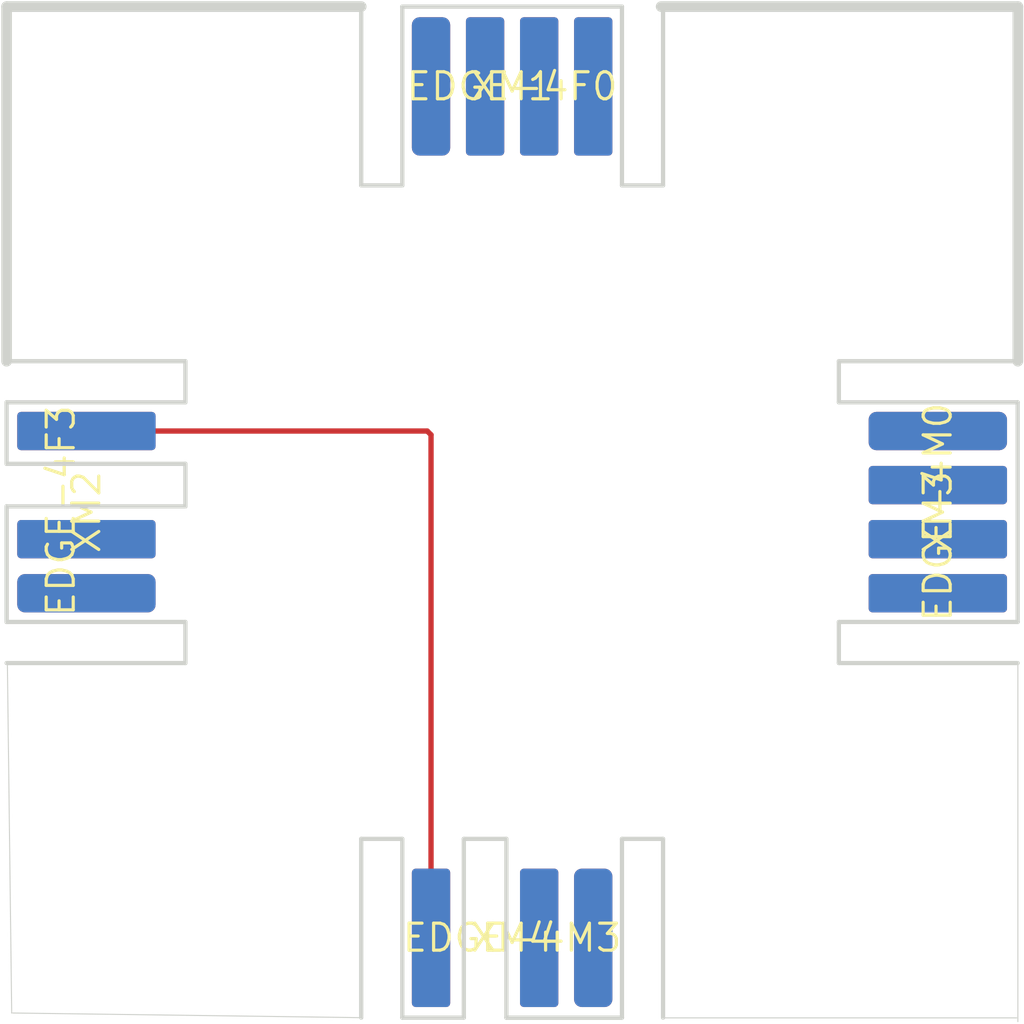
<source format=kicad_pcb>
(kicad_pcb (version 20211014) (generator pcbnew)
  (layers (0 "F.Cu" signal) (31 "B.Cu" signal) (34 "B.Paste" user) (35 "F.Paste" user) (36 "B.SilkS" user "B.Silkscreen") (37 "F.SilkS" user "F.Silkscreen") (38 "B.Mask" user) (39 "F.Mask" user) (44 "Edge.Cuts" user))
  (net 0 "")
  (net 1 "/MA1")
  (net 2 "/MC1")
  (net 3 "/MA2")
  (net 4 "/MC2")
  (net 5 "/MA3")
  (net 6 "/MC3")
  (net 7 "/MA4")
  (net 8 "/MC4")
  (net 9 "/MB1")
  (net 10 "/MD1")
  (net 11 "/MB2")
  (net 12 "/MD2")
  (net 13 "/MB3")
  (net 14 "/MD3")
  (footprint "edge:EDGE_4M0-2.54" (layer "F.Cu") (at 80 60)
    (fp_text reference "XM1" (at 0 0) (layer "F.SilkS") (effects (font (size 1.27 1.27))))
    (fp_text value "EDGE-4F0" (at 0 0) (layer "F.SilkS") (effects (font (size 1.27 1.27))))
    (fp_line (start 5.16 -3.75) (end 5.16 4.65) (layer "Edge.Cuts") (width 0.2))
    (fp_line (start -7.09 4.65) (end -5.16 4.65) (layer "Edge.Cuts") (width 0.2))
    (fp_line (start -5.16 4.65) (end -5.16 -3.75) (layer "Edge.Cuts") (width 0.2))
    (fp_line (start 7.09 4.65) (end 7.09 -3.75) (layer "Edge.Cuts") (width 0.2))
    (fp_line (start 5.16 4.65) (end 7.09 4.65) (layer "Edge.Cuts") (width 0.2))
    (fp_line (start -7.09 -3.75) (end -7.09 4.65) (layer "Edge.Cuts") (width 0.2))
    (fp_line (start -5.16 -3.75) (end 5.16 -3.75) (layer "Edge.Cuts") (width 0.2))
    (pad "A1" smd roundrect locked (at -3.81 0) (size 1.8 6.5) (layers "B.Cu" "B.Paste" "B.Mask") (roundrect_rratio 0.2) (net 1 "/MA1"))
    (pad "A2" smd roundrect locked (at -1.27 0) (size 1.8 6.5) (layers "B.Cu" "B.Paste" "B.Mask") (roundrect_rratio 0.1) (net 3 "/MA2"))
    (pad "A3" smd roundrect locked (at 1.27 0) (size 1.8 6.5) (layers "B.Cu" "B.Paste" "B.Mask") (roundrect_rratio 0.1) (net 5 "/MA3"))
    (pad "A4" smd roundrect locked (at 3.81 0) (size 1.8 6.5) (layers "B.Cu" "B.Paste" "B.Mask") (roundrect_rratio 0.1) (net 7 "/MA4"))
    (pad "B1" smd roundrect locked (at -3.81 0) (size 1.8 6.5) (layers "F.Cu" "F.Paste" "F.Mask") (roundrect_rratio 0.2) (net 2 "/MC1"))
    (pad "B2" smd roundrect locked (at -1.27 0) (size 1.8 6.5) (layers "F.Cu" "F.Paste" "F.Mask") (roundrect_rratio 0.1) (net 4 "/MC2"))
    (pad "B3" smd roundrect locked (at 1.27 0) (size 1.8 6.5) (layers "F.Cu" "F.Paste" "F.Mask") (roundrect_rratio 0.1) (net 6 "/MC3"))
    (pad "B4" smd roundrect locked (at 3.81 0) (size 1.8 6.5) (layers "F.Cu" "F.Paste" "F.Mask") (roundrect_rratio 0.1) (net 8 "/MC4"))
  )
  (footprint "edge:EDGE_4M0-2.54" (layer "F.Cu") (at 100 80 -90)
    (fp_text reference "XM3" (at 0 0 90) (layer "F.SilkS") (effects (font (size 1.27 1.27))))
    (fp_text value "EDGE-4M0" (at 0 0 90) (layer "F.SilkS") (effects (font (size 1.27 1.27))))
    (fp_line (start 5.16 4.65) (end 7.09 4.65) (layer "Edge.Cuts") (width 0.2))
    (fp_line (start -5.16 4.65) (end -5.16 -3.75) (layer "Edge.Cuts") (width 0.2))
    (fp_line (start 7.09 4.65) (end 7.09 -3.75) (layer "Edge.Cuts") (width 0.2))
    (fp_line (start -7.09 -3.75) (end -7.09 4.65) (layer "Edge.Cuts") (width 0.2))
    (fp_line (start -7.09 4.65) (end -5.16 4.65) (layer "Edge.Cuts") (width 0.2))
    (fp_line (start -5.16 -3.75) (end 5.16 -3.75) (layer "Edge.Cuts") (width 0.2))
    (fp_line (start 5.16 -3.75) (end 5.16 4.65) (layer "Edge.Cuts") (width 0.2))
    (pad "A1" smd roundrect locked (at -3.81 0 270) (size 1.8 6.5) (layers "B.Cu" "B.Paste" "B.Mask") (roundrect_rratio 0.2) (net 1 "/MA1"))
    (pad "A2" smd roundrect locked (at -1.27 0 270) (size 1.8 6.5) (layers "B.Cu" "B.Paste" "B.Mask") (roundrect_rratio 0.1) (net 3 "/MA2"))
    (pad "A3" smd roundrect locked (at 1.27 0 270) (size 1.8 6.5) (layers "B.Cu" "B.Paste" "B.Mask") (roundrect_rratio 0.1) (net 5 "/MA3"))
    (pad "A4" smd roundrect locked (at 3.81 0 270) (size 1.8 6.5) (layers "B.Cu" "B.Paste" "B.Mask") (roundrect_rratio 0.1) (net 7 "/MA4"))
    (pad "B1" smd roundrect locked (at -3.81 0 270) (size 1.8 6.5) (layers "F.Cu" "F.Paste" "F.Mask") (roundrect_rratio 0.2) (net 2 "/MC1"))
    (pad "B2" smd roundrect locked (at -1.27 0 270) (size 1.8 6.5) (layers "F.Cu" "F.Paste" "F.Mask") (roundrect_rratio 0.1) (net 4 "/MC2"))
    (pad "B3" smd roundrect locked (at 1.27 0 270) (size 1.8 6.5) (layers "F.Cu" "F.Paste" "F.Mask") (roundrect_rratio 0.1) (net 6 "/MC3"))
    (pad "B4" smd roundrect locked (at 3.81 0 270) (size 1.8 6.5) (layers "F.Cu" "F.Paste" "F.Mask") (roundrect_rratio 0.1) (net 8 "/MC4"))
  )
  (footprint "edge:EDGE_4M3-2.54" (layer "F.Cu") (at 80 100 180)
    (fp_text reference "XM4" (at 0 0) (layer "F.SilkS") (effects (font (size 1.27 1.27))))
    (fp_text value "EDGE-4M3" (at 0 0) (layer "F.SilkS") (effects (font (size 1.27 1.27))))
    (fp_line (start 0.27 -3.75) (end 0.27 4.65) (layer "Edge.Cuts") (width 0.2))
    (fp_line (start 7.09 4.65) (end 7.09 -3.75) (layer "Edge.Cuts") (width 0.2))
    (fp_line (start 2.27 -3.75) (end 5.16 -3.75) (layer "Edge.Cuts") (width 0.2))
    (fp_line (start 5.16 4.65) (end 7.09 4.65) (layer "Edge.Cuts") (width 0.2))
    (fp_line (start -7.09 -3.75) (end -7.09 4.65) (layer "Edge.Cuts") (width 0.2))
    (fp_line (start 2.27 4.65) (end 2.27 -3.75) (layer "Edge.Cuts") (width 0.2))
    (fp_line (start -5.16 -3.75) (end 0.27 -3.75) (layer "Edge.Cuts") (width 0.2))
    (fp_line (start -5.16 4.65) (end -5.16 -3.75) (layer "Edge.Cuts") (width 0.2))
    (fp_line (start 0.27 4.65) (end 2.27 4.65) (layer "Edge.Cuts") (width 0.2))
    (fp_line (start 5.16 -3.75) (end 5.16 4.65) (layer "Edge.Cuts") (width 0.2))
    (fp_line (start -7.09 4.65) (end -5.16 4.65) (layer "Edge.Cuts") (width 0.2))
    (fp_line (start -5.16 -3.75) (end 0.27 -3.75) (layer "Edge.Cuts") (width 0.2))
    (pad "A1" smd roundrect locked (at -3.81 0 180) (size 1.8 6.5) (layers "B.Cu" "B.Paste" "B.Mask") (roundrect_rratio 0.2) (net 9 "/MB1"))
    (pad "A2" smd roundrect locked (at -1.27 0 180) (size 1.8 6.5) (layers "B.Cu" "B.Paste" "B.Mask") (roundrect_rratio 0.1) (net 11 "/MB2"))
    (pad "A4" smd roundrect locked (at 3.81 0 180) (size 1.8 6.5) (layers "B.Cu" "B.Paste" "B.Mask") (roundrect_rratio 0.1) (net 13 "/MB3"))
    (pad "B1" smd roundrect locked (at -3.81 0 180) (size 1.8 6.5) (layers "F.Cu" "F.Paste" "F.Mask") (roundrect_rratio 0.2) (net 10 "/MD1"))
    (pad "B2" smd roundrect locked (at -1.27 0 180) (size 1.8 6.5) (layers "F.Cu" "F.Paste" "F.Mask") (roundrect_rratio 0.1) (net 12 "/MD2"))
    (pad "B4" smd roundrect locked (at 3.81 0 180) (size 1.8 6.5) (layers "F.Cu" "F.Paste" "F.Mask") (roundrect_rratio 0.1) (net 14 "/MD3"))
  )
  (footprint "edge:EDGE_4M3-2.54" (layer "F.Cu") (at 60 80 90)
    (fp_text reference "XM2" (at 0 0 90) (layer "F.SilkS") (effects (font (size 1.27 1.27))))
    (fp_text value "EDGE-4F3" (at 0.0662 -1.199 90) (layer "F.SilkS") (effects (font (size 1.27 1.27))))
    (fp_line (start 0.27 -3.75) (end 0.27 4.65) (layer "Edge.Cuts") (width 0.2))
    (fp_line (start -5.16 4.65) (end -5.16 -3.75) (layer "Edge.Cuts") (width 0.2))
    (fp_line (start 5.16 -3.75) (end 5.16 4.65) (layer "Edge.Cuts") (width 0.2))
    (fp_line (start -7.09 -3.75) (end -7.09 4.65) (layer "Edge.Cuts") (width 0.2))
    (fp_line (start -5.16 -3.75) (end 0.27 -3.75) (layer "Edge.Cuts") (width 0.2))
    (fp_line (start 2.27 -3.75) (end 5.16 -3.75) (layer "Edge.Cuts") (width 0.2))
    (fp_line (start 2.27 4.65) (end 2.27 -3.75) (layer "Edge.Cuts") (width 0.2))
    (fp_line (start 5.16 4.65) (end 7.09 4.65) (layer "Edge.Cuts") (width 0.2))
    (fp_line (start 0.27 4.65) (end 2.27 4.65) (layer "Edge.Cuts") (width 0.2))
    (fp_line (start -5.16 -3.75) (end 0.27 -3.75) (layer "Edge.Cuts") (width 0.2))
    (fp_line (start -7.09 4.65) (end -5.16 4.65) (layer "Edge.Cuts") (width 0.2))
    (fp_line (start 7.09 4.65) (end 7.09 -3.75) (layer "Edge.Cuts") (width 0.2))
    (pad "A1" smd roundrect locked (at -3.81 0 90) (size 1.8 6.5) (layers "B.Cu" "B.Paste" "B.Mask") (roundrect_rratio 0.2) (net 9 "/MB1"))
    (pad "A2" smd roundrect locked (at -1.27 0 90) (size 1.8 6.5) (layers "B.Cu" "B.Paste" "B.Mask") (roundrect_rratio 0.1) (net 11 "/MB2"))
    (pad "A4" smd roundrect locked (at 3.81 0 90) (size 1.8 6.5) (layers "B.Cu" "B.Paste" "B.Mask") (roundrect_rratio 0.1) (net 13 "/MB3"))
    (pad "B1" smd roundrect locked (at -3.81 0 90) (size 1.8 6.5) (layers "F.Cu" "F.Paste" "F.Mask") (roundrect_rratio 0.2) (net 10 "/MD1"))
    (pad "B2" smd roundrect locked (at -1.27 0 90) (size 1.8 6.5) (layers "F.Cu" "F.Paste" "F.Mask") (roundrect_rratio 0.1) (net 12 "/MD2"))
    (pad "B4" smd roundrect locked (at 3.81 0 90) (size 1.8 6.5) (layers "F.Cu" "F.Paste" "F.Mask") (roundrect_rratio 0.1) (net 14 "/MD3"))
  )
  (gr_line (start 103.759 56.25) (end 87 56.25) (layer "Edge.Cuts") (width 0.5))
  (gr_line (start 56.4896 103.5304) (end 56.2864 87.0712) (layer "Edge.Cuts") (width 0.05))
  (gr_line (start 72.91 103.75) (end 56.4896 103.5304) (layer "Edge.Cuts") (width 0.05))
  (gr_line (start 103.759 56.25) (end 103.759 72.91) (layer "Edge.Cuts") (width 0.5))
  (gr_line (start 56.25 72.91) (end 56.25 56.25) (layer "Edge.Cuts") (width 0.5))
  (gr_line (start 56.2102 56.3626) (end 56.2102 56.3626) (layer "Edge.Cuts") (width 0.05))
  (gr_line (start 56.25 56.25) (end 72.91 56.25) (layer "Edge.Cuts") (width 0.5))
  (gr_line (start 103.759 87.1) (end 103.759 103.9368) (layer "Edge.Cuts") (width 0.05))
  (gr_line (start 103.7082 103.759) (end 87.122 103.759) (layer "Edge.Cuts") (width 0.05))
  (segment (start 60 76.19) (end 76.0122 76.19) (width 0.25) (layer "F.Cu") (net 14))
  (segment (start 76.0122 76.19) (end 76.19 76.3678) (width 0.25) (layer "F.Cu") (net 14))
  (segment (start 76.19 76.3678) (end 76.19 100) (width 0.25) (layer "F.Cu") (net 14))
)
</source>
